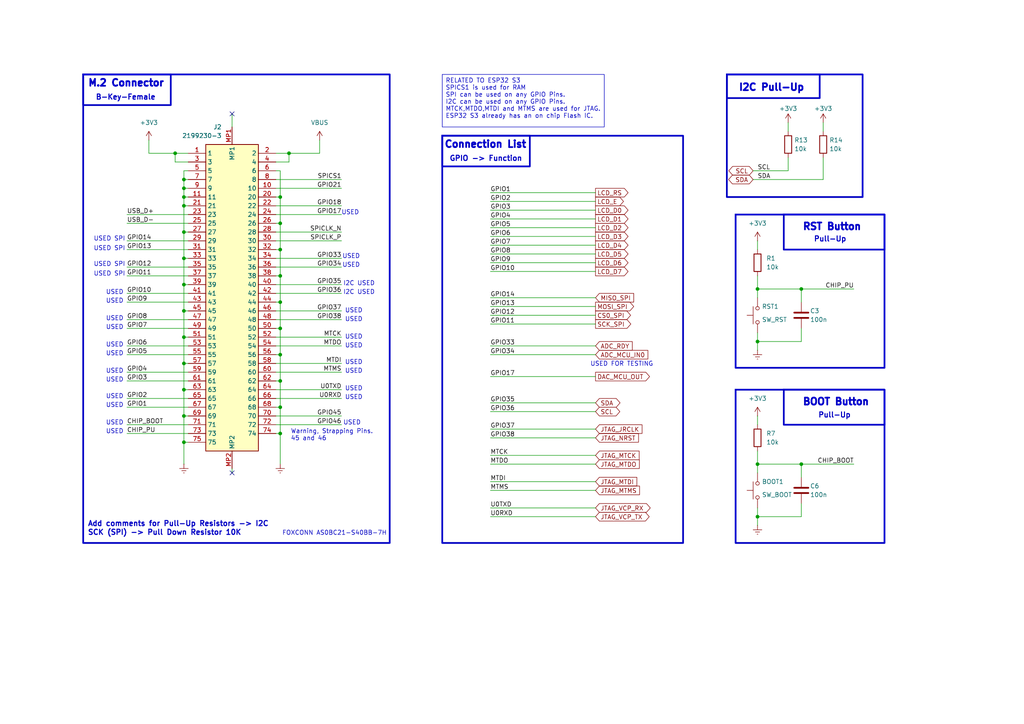
<source format=kicad_sch>
(kicad_sch (version 20250114) (generator "eeschema") (generator_version "9.0")
  (paper "A4")
  (lib_symbols
    (symbol "Device:C" (pin_numbers (hide yes)) (pin_names (offset 0.254))
      (property "Reference" "C" (at 0.635 2.54 0))
      (property "Value" "C" (at 0.635 -2.54 0))
      (symbol "C_0_1"
        (polyline (pts (xy -2.032 0.762) (xy 2.032 0.762)) (stroke (width 0.508)))
        (polyline (pts (xy -2.032 -0.762) (xy 2.032 -0.762)) (stroke (width 0.508)))
      )
      (symbol "C_1_1"
        (pin passive line (at 0 3.81 270) (length 2.794) (name "~") (number "1"))
        (pin passive line (at 0 -3.81 90) (length 2.794) (name "~") (number "2"))
      )
    )
    (symbol "Device:R" (pin_numbers (hide yes)) (pin_names (offset 0))
      (property "Reference" "R" (at 2.032 0 90))
      (property "Value" "R" (at 0 0 90))
      (symbol "R_0_1"
        (rectangle (start -1.016 -2.54) (end 1.016 2.54) (stroke (width 0.254)))
      )
      (symbol "R_1_1"
        (pin passive line (at 0 3.81 270) (length 1.27) (name "~") (number "1"))
        (pin passive line (at 0 -3.81 90) (length 1.27) (name "~") (number "2"))
      )
    )
    (symbol "GitHub_Library:M.2_67Con_Fem_2199230-3"
      (property "Reference" "J" (at 95.25 12.7 0))
      (property "Value" "M.2_67Con_Fem_2199230-3" (at 95.25 10.16 0))
      (symbol "M.2_67Con_Fem_2199230-3_1_1"
        (rectangle (start 5.08 7.62) (end 93.98 -7.62) (stroke (width 0.254)) (fill (type background)))
        (pin passive line (at 0 0 0) (length 5.08) (name "MP1") (number "MP1"))
        (pin passive line (at 7.62 12.7 270) (length 5.08) (name "1") (number "1"))
        (pin passive line (at 7.62 -12.7 90) (length 5.08) (name "2") (number "2"))
        (pin passive line (at 10.16 12.7 270) (length 5.08) (name "3") (number "3"))
        (pin passive line (at 10.16 -12.7 90) (length 5.08) (name "4") (number "4"))
        (pin passive line (at 12.7 12.7 270) (length 5.08) (name "5") (number "5"))
        (pin passive line (at 12.7 -12.7 90) (length 5.08) (name "6") (number "6"))
        (pin passive line (at 15.24 12.7 270) (length 5.08) (name "7") (number "7"))
        (pin passive line (at 15.24 -12.7 90) (length 5.08) (name "8") (number "8"))
        (pin passive line (at 17.78 12.7 270) (length 5.08) (name "9") (number "9"))
        (pin passive line (at 17.78 -12.7 90) (length 5.08) (name "10") (number "10"))
        (pin passive line (at 20.32 12.7 270) (length 5.08) (name "11") (number "11"))
        (pin passive line (at 20.32 -12.7 90) (length 5.08) (name "20") (number "20"))
        (pin passive line (at 22.86 12.7 270) (length 5.08) (name "21") (number "21"))
        (pin passive line (at 22.86 -12.7 90) (length 5.08) (name "22") (number "22"))
        (pin passive line (at 25.4 12.7 270) (length 5.08) (name "23") (number "23"))
        (pin passive line (at 25.4 -12.7 90) (length 5.08) (name "24") (number "24"))
        (pin passive line (at 27.94 12.7 270) (length 5.08) (name "25") (number "25"))
        (pin passive line (at 27.94 -12.7 90) (length 5.08) (name "26") (number "26"))
        (pin passive line (at 30.48 12.7 270) (length 5.08) (name "27") (number "27"))
        (pin passive line (at 30.48 -12.7 90) (length 5.08) (name "28") (number "28"))
        (pin passive line (at 33.02 12.7 270) (length 5.08) (name "29") (number "29"))
        (pin passive line (at 33.02 -12.7 90) (length 5.08) (name "30") (number "30"))
        (pin passive line (at 35.56 12.7 270) (length 5.08) (name "31") (number "31"))
        (pin passive line (at 35.56 -12.7 90) (length 5.08) (name "32") (number "32"))
        (pin passive line (at 38.1 12.7 270) (length 5.08) (name "33") (number "33"))
        (pin passive line (at 38.1 -12.7 90) (length 5.08) (name "34") (number "34"))
        (pin passive line (at 40.64 12.7 270) (length 5.08) (name "35") (number "35"))
        (pin passive line (at 40.64 -12.7 90) (length 5.08) (name "36") (number "36"))
        (pin passive line (at 43.18 12.7 270) (length 5.08) (name "37") (number "37"))
        (pin passive line (at 43.18 -12.7 90) (length 5.08) (name "38") (number "38"))
        (pin passive line (at 45.72 12.7 270) (length 5.08) (name "39") (number "39"))
        (pin passive line (at 45.72 -12.7 90) (length 5.08) (name "40") (number "40"))
        (pin passive line (at 48.26 12.7 270) (length 5.08) (name "41") (number "41"))
        (pin passive line (at 48.26 -12.7 90) (length 5.08) (name "42") (number "42"))
        (pin passive line (at 50.8 12.7 270) (length 5.08) (name "43") (number "43"))
        (pin passive line (at 50.8 -12.7 90) (length 5.08) (name "44") (number "44"))
        (pin passive line (at 53.34 12.7 270) (length 5.08) (name "45") (number "45"))
        (pin passive line (at 53.34 -12.7 90) (length 5.08) (name "46") (number "46"))
        (pin passive line (at 55.88 12.7 270) (length 5.08) (name "47") (number "47"))
        (pin passive line (at 55.88 -12.7 90) (length 5.08) (name "48") (number "48"))
        (pin passive line (at 58.42 12.7 270) (length 5.08) (name "49") (number "49"))
        (pin passive line (at 58.42 -12.7 90) (length 5.08) (name "50") (number "50"))
        (pin passive line (at 60.96 12.7 270) (length 5.08) (name "51") (number "51"))
        (pin passive line (at 60.96 -12.7 90) (length 5.08) (name "52") (number "52"))
        (pin passive line (at 63.5 12.7 270) (length 5.08) (name "53") (number "53"))
        (pin passive line (at 63.5 -12.7 90) (length 5.08) (name "54") (number "54"))
        (pin passive line (at 66.04 12.7 270) (length 5.08) (name "55") (number "55"))
        (pin passive line (at 66.04 -12.7 90) (length 5.08) (name "56") (number "56"))
        (pin passive line (at 68.58 12.7 270) (length 5.08) (name "57") (number "57"))
        (pin passive line (at 68.58 -12.7 90) (length 5.08) (name "58") (number "58"))
        (pin passive line (at 71.12 12.7 270) (length 5.08) (name "59") (number "59"))
        (pin passive line (at 71.12 -12.7 90) (length 5.08) (name "60") (number "60"))
        (pin passive line (at 73.66 12.7 270) (length 5.08) (name "61") (number "61"))
        (pin passive line (at 73.66 -12.7 90) (length 5.08) (name "62") (number "62"))
        (pin passive line (at 76.2 12.7 270) (length 5.08) (name "63") (number "63"))
        (pin passive line (at 76.2 -12.7 90) (length 5.08) (name "64") (number "64"))
        (pin passive line (at 78.74 12.7 270) (length 5.08) (name "65") (number "65"))
        (pin passive line (at 78.74 -12.7 90) (length 5.08) (name "66") (number "66"))
        (pin passive line (at 81.28 12.7 270) (length 5.08) (name "67") (number "67"))
        (pin passive line (at 81.28 -12.7 90) (length 5.08) (name "68") (number "68"))
        (pin passive line (at 83.82 12.7 270) (length 5.08) (name "69") (number "69"))
        (pin passive line (at 83.82 -12.7 90) (length 5.08) (name "70") (number "70"))
        (pin passive line (at 86.36 12.7 270) (length 5.08) (name "71") (number "71"))
        (pin passive line (at 86.36 -12.7 90) (length 5.08) (name "72") (number "72"))
        (pin passive line (at 88.9 12.7 270) (length 5.08) (name "73") (number "73"))
        (pin passive line (at 88.9 -12.7 90) (length 5.08) (name "74") (number "74"))
        (pin passive line (at 91.44 12.7 270) (length 5.08) (name "75") (number "75"))
        (pin passive line (at 99.06 0 180) (length 5.08) (name "MP2") (number "MP2"))
      )
    )
    (symbol "Switch:SW_Push" (pin_numbers (hide yes)) (pin_names (offset 1.016) (hide yes))
      (property "Reference" "SW" (at 1.27 2.54 0))
      (property "Value" "SW_Push" (at 0 -1.524 0))
      (symbol "SW_Push_0_1"
        (circle (center -2.032 0) (radius 0.508))
        (polyline (pts (xy 0 1.27) (xy 0 3.048)))
        (circle (center 2.032 0) (radius 0.508))
        (polyline (pts (xy 2.54 1.27) (xy -2.54 1.27)))
        (pin passive line (at -5.08 0 0) (length 2.54) (name "1") (number "1"))
        (pin passive line (at 5.08 0 180) (length 2.54) (name "2") (number "2"))
      )
    )
    (symbol "power:+3V3" (power) (pin_numbers (hide yes)) (pin_names (offset 0) (hide yes))
      (property "Value" "+3V3" (at 0 3.556 0))
      (symbol "+3V3_0_1"
        (polyline (pts (xy -0.762 1.27) (xy 0 2.54)))
        (polyline (pts (xy 0 2.54) (xy 0.762 1.27)))
        (polyline (pts (xy 0 0) (xy 0 2.54)))
      )
      (symbol "+3V3_1_1"
        (pin power_in line (at 0 0 90) (length 0) (name "~") (number "1"))
      )
    )
    (symbol "power:Earth" (power) (pin_numbers (hide yes)) (pin_names (offset 0) (hide yes))
      (property "Value" "Earth" (at 0 -3.81 0))
      (symbol "Earth_0_1"
        (polyline (pts (xy -0.635 -1.905) (xy 0.635 -1.905)))
        (polyline (pts (xy -0.127 -2.54) (xy 0.127 -2.54)))
        (polyline (pts (xy 0 -1.27) (xy 0 0)))
        (polyline (pts (xy 1.27 -1.27) (xy -1.27 -1.27)))
      )
      (symbol "Earth_1_1"
        (pin power_in line (at 0 0 270) (length 0) (name "~") (number "1"))
      )
    )
    (symbol "power:VBUS" (power) (pin_numbers (hide yes)) (pin_names (offset 0) (hide yes))
      (property "Value" "VBUS" (at 0 3.556 0))
      (symbol "VBUS_0_1"
        (polyline (pts (xy -0.762 1.27) (xy 0 2.54)))
        (polyline (pts (xy 0 2.54) (xy 0.762 1.27)))
        (polyline (pts (xy 0 0) (xy 0 2.54)))
      )
      (symbol "VBUS_1_1"
        (pin power_in line (at 0 0 90) (length 0) (name "~") (number "1"))
      )
    )
  )
  (rectangle (start 128.27 39.37) (end 198.12 157.48) (stroke (width 0.5)))
  (rectangle (start 24.13 21.59) (end 113.03 157.48) (stroke (width 0.5)))
  (rectangle (start 227.33 62.23) (end 256.54 72.39) (stroke (width 0.5)))
  (rectangle (start 213.36 62.23) (end 256.54 106.68) (stroke (width 0.5)))
  (rectangle (start 24.13 21.59) (end 49.53 30.48) (stroke (width 0.5)))
  (rectangle (start 227.33 113.03) (end 256.54 123.19) (stroke (width 0.5)))
  (rectangle (start 210.82 21.59) (end 237.744 28.448) (stroke (width 0.5)))
  (rectangle (start 128.27 39.37) (end 153.67 48.26) (stroke (width 0.5)))
  (rectangle (start 210.82 21.59) (end 250.19 57.15) (stroke (width 0.5)))
  (rectangle (start 213.36 113.03) (end 256.54 157.48) (stroke (width 0.5)))
  (text "USED" (at 33.274 125.222 0) (effects (font (size 1.27 1.27))))
  (text "USED" (at 102.616 105.156 0) (effects (font (size 1.27 1.27))))
  (text "BOOT Button\n" (at 232.664 117.856 0) (effects (font (size 2 2) (thickness 1) (bold yes)) (justify left bottom)))
  (text "USED" (at 102.616 100.33 0) (effects (font (size 1.27 1.27))))
  (text "USED" (at 33.274 115.062 0) (effects (font (size 1.27 1.27))))
  (text "USED" (at 33.274 84.836 0) (effects (font (size 1.27 1.27))))
  (text "I2C USED" (at 104.14 82.296 0) (effects (font (size 1.27 1.27))))
  (text "USED" (at 102.616 107.696 0) (effects (font (size 1.27 1.27))))
  (text "USED" (at 33.274 117.602 0) (effects (font (size 1.27 1.27))))
  (text "USED SPI" (at 31.75 79.502 0) (effects (font (size 1.27 1.27))))
  (text "I2C USED" (at 104.14 84.836 0) (effects (font (size 1.27 1.27))))
  (text "GPIO -> Function" (at 130.302 46.99 0) (effects (font (size 1.5 1.5) (bold yes)) (justify left bottom)))
  (text "Pull-Up" (at 235.966 70.358 0) (effects (font (size 1.5 1.5) (bold yes)) (justify left bottom)))
  (text "USED" (at 33.274 92.456 0) (effects (font (size 1.27 1.27))))
  (text "Pull-Up" (at 237.236 121.412 0) (effects (font (size 1.5 1.5) (bold yes)) (justify left bottom)))
  (text "M.2 Connector\n" (at 25.4 25.4 0) (effects (font (size 2 2) (thickness 1) (bold yes)) (justify left bottom)))
  (text "USED" (at 101.854 76.962 0) (effects (font (size 1.27 1.27))))
  (text "I2C Pull-Up" (at 214.122 26.67 0) (effects (font (size 2 2) (thickness 1) (bold yes)) (justify left bottom)))
  (text "B-Key-Female" (at 27.686 29.21 0) (effects (font (size 1.5 1.5) (bold yes)) (justify left bottom)))
  (text "USED" (at 102.108 122.682 0) (effects (font (size 1.27 1.27))))
  (text "Warning, Strapping Pins. \n45 and 46" (at 84.328 126.238 0) (effects (font (size 1.27 1.27)) (justify left)))
  (text "RST Button\n" (at 232.664 67.056 0) (effects (font (size 2 2) (thickness 1) (bold yes)) (justify left bottom)))
  (text "USED" (at 101.6 61.722 0) (effects (font (size 1.27 1.27))))
  (text "USED" (at 101.854 74.422 0) (effects (font (size 1.27 1.27))))
  (text "USED" (at 33.274 122.682 0) (effects (font (size 1.27 1.27))))
  (text "USED" (at 33.274 102.616 0) (effects (font (size 1.27 1.27))))
  (text "SCK (SPI) -> Pull Down Resistor 10K" (at 25.4 155.448 0) (effects (font (size 1.5 1.5) (bold yes)) (justify left bottom)))
  (text "USED" (at 102.616 92.71 0) (effects (font (size 1.27 1.27))))
  (text "USED" (at 33.274 100.076 0) (effects (font (size 1.27 1.27))))
  (text "USED" (at 33.274 110.236 0) (effects (font (size 1.27 1.27))))
  (text "USED" (at 102.616 112.776 0) (effects (font (size 1.27 1.27))))
  (text "USED" (at 33.274 94.996 0) (effects (font (size 1.27 1.27))))
  (text "USED" (at 33.274 107.696 0) (effects (font (size 1.27 1.27))))
  (text "Connection List" (at 128.778 43.18 0) (effects (font (size 2 2) (thickness 1) (bold yes)) (justify left bottom)))
  (text "USED" (at 33.274 87.376 0) (effects (font (size 1.27 1.27))))
  (text "USED" (at 102.616 97.79 0) (effects (font (size 1.27 1.27))))
  (text "FOXCONN AS0BC21-S40BB-7H" (at 97.028 154.686 0) (effects (font (size 1.27 1.27))))
  (text "USED FOR TESTING" (at 180.34 105.664 0) (effects (font (size 1.27 1.27))))
  (text "Add comments for Pull-Up Resistors -> I2C\n" (at 25.4 152.908 0) (effects (font (size 1.5 1.5) (bold yes)) (justify left bottom)))
  (text "USED" (at 102.616 115.316 0) (effects (font (size 1.27 1.27))))
  (text "USED" (at 102.616 90.17 0) (effects (font (size 1.27 1.27))))
  (text "USED SPI" (at 31.75 69.342 0) (effects (font (size 1.27 1.27))))
  (text "USED SPI" (at 31.75 72.136 0) (effects (font (size 1.27 1.27))))
  (text "USED SPI" (at 31.75 76.708 0) (effects (font (size 1.27 1.27))))
  (text_box "RELATED TO ESP32 S3\nSPICS1 is used for RAM\nSPI can be used on any GPIO Pins.\nI2C can be used on any GPIO Pins.\nMTCK,MTDO,MTDI and MTMS are used for JTAG.\nESP32 S3 already has an on chip Flash IC.\n\n" (at 128.27 21.59 0) (size 46.99 15.24) (margins 0.9525 0.9525 0.9525 0.9525) (effects (font (size 1.27 1.27)) (justify left top)))
  (junction (at 50.8 44.45))
  (junction (at 219.71 99.06))
  (junction (at 81.28 72.39))
  (junction (at 232.41 83.82))
  (junction (at 219.71 149.86))
  (junction (at 53.34 120.65))
  (junction (at 53.34 59.69))
  (junction (at 81.28 125.73))
  (junction (at 53.34 97.79))
  (junction (at 53.34 113.03))
  (junction (at 53.34 57.15))
  (junction (at 219.71 83.82))
  (junction (at 53.34 74.93))
  (junction (at 53.34 52.07))
  (junction (at 53.34 82.55))
  (junction (at 81.28 118.11))
  (junction (at 53.34 67.31))
  (junction (at 53.34 128.27))
  (junction (at 81.28 57.15))
  (junction (at 83.82 44.45))
  (junction (at 81.28 87.63))
  (junction (at 219.71 134.62))
  (junction (at 81.28 95.25))
  (junction (at 81.28 64.77))
  (junction (at 81.28 110.49))
  (junction (at 53.34 105.41))
  (junction (at 53.34 90.17))
  (junction (at 53.34 54.61))
  (junction (at 81.28 102.87))
  (junction (at 232.41 134.62))
  (junction (at 81.28 80.01))
  (no_connect (at 67.31 33.02))
  (no_connect (at 67.31 137.16))
  (wire (pts (xy 172.72 78.74) (xy 142.24 78.74)))
  (wire (pts (xy 80.01 118.11) (xy 81.28 118.11)))
  (wire (pts (xy 142.24 119.38) (xy 172.72 119.38)))
  (wire (pts (xy 53.34 90.17) (xy 53.34 97.79)))
  (wire (pts (xy 142.24 142.24) (xy 172.72 142.24)))
  (wire (pts (xy 232.41 83.82) (xy 219.71 83.82)))
  (wire (pts (xy 142.24 86.36) (xy 172.72 86.36)))
  (wire (pts (xy 80.01 123.19) (xy 99.06 123.19)))
  (wire (pts (xy 36.83 64.77) (xy 54.61 64.77)))
  (wire (pts (xy 80.01 115.57) (xy 99.06 115.57)))
  (wire (pts (xy 219.71 83.82) (xy 219.71 86.36)))
  (wire (pts (xy 232.41 95.25) (xy 232.41 99.06)))
  (wire (pts (xy 53.34 120.65) (xy 53.34 128.27)))
  (wire (pts (xy 36.83 118.11) (xy 54.61 118.11)))
  (wire (pts (xy 92.71 40.64) (xy 92.71 44.45)))
  (wire (pts (xy 36.83 92.71) (xy 54.61 92.71)))
  (wire (pts (xy 80.01 125.73) (xy 81.28 125.73)))
  (wire (pts (xy 142.24 147.32) (xy 172.72 147.32)))
  (wire (pts (xy 80.01 74.93) (xy 99.06 74.93)))
  (wire (pts (xy 53.34 54.61) (xy 53.34 57.15)))
  (wire (pts (xy 218.44 52.07) (xy 238.76 52.07)))
  (wire (pts (xy 142.24 55.88) (xy 172.72 55.88)))
  (wire (pts (xy 53.34 105.41) (xy 54.61 105.41)))
  (wire (pts (xy 53.34 74.93) (xy 53.34 82.55)))
  (wire (pts (xy 219.71 134.62) (xy 219.71 137.16)))
  (wire (pts (xy 36.83 115.57) (xy 54.61 115.57)))
  (wire (pts (xy 232.41 146.05) (xy 232.41 149.86)))
  (wire (pts (xy 142.24 93.98) (xy 172.72 93.98)))
  (wire (pts (xy 80.01 107.95) (xy 99.06 107.95)))
  (wire (pts (xy 53.34 59.69) (xy 53.34 67.31)))
  (wire (pts (xy 80.01 59.69) (xy 99.06 59.69)))
  (wire (pts (xy 232.41 99.06) (xy 219.71 99.06)))
  (wire (pts (xy 36.83 80.01) (xy 54.61 80.01)))
  (wire (pts (xy 83.82 46.99) (xy 83.82 44.45)))
  (wire (pts (xy 219.71 130.81) (xy 219.71 134.62)))
  (wire (pts (xy 43.18 40.64) (xy 43.18 44.45)))
  (wire (pts (xy 142.24 139.7) (xy 172.72 139.7)))
  (wire (pts (xy 53.34 82.55) (xy 54.61 82.55)))
  (wire (pts (xy 83.82 46.99) (xy 80.01 46.99)))
  (wire (pts (xy 36.83 69.85) (xy 54.61 69.85)))
  (wire (pts (xy 83.82 44.45) (xy 92.71 44.45)))
  (wire (pts (xy 81.28 87.63) (xy 81.28 80.01)))
  (wire (pts (xy 80.01 52.07) (xy 99.06 52.07)))
  (wire (pts (xy 67.31 137.16) (xy 67.31 135.89)))
  (wire (pts (xy 142.24 58.42) (xy 172.72 58.42)))
  (wire (pts (xy 80.01 113.03) (xy 99.06 113.03)))
  (wire (pts (xy 80.01 67.31) (xy 99.06 67.31)))
  (wire (pts (xy 232.41 134.62) (xy 219.71 134.62)))
  (wire (pts (xy 142.24 109.22) (xy 172.72 109.22)))
  (wire (pts (xy 219.71 120.65) (xy 219.71 123.19)))
  (wire (pts (xy 80.01 64.77) (xy 81.28 64.77)))
  (wire (pts (xy 80.01 80.01) (xy 81.28 80.01)))
  (wire (pts (xy 80.01 95.25) (xy 81.28 95.25)))
  (wire (pts (xy 232.41 83.82) (xy 247.65 83.82)))
  (wire (pts (xy 142.24 100.33) (xy 172.72 100.33)))
  (wire (pts (xy 53.34 52.07) (xy 54.61 52.07)))
  (wire (pts (xy 80.01 77.47) (xy 99.06 77.47)))
  (wire (pts (xy 53.34 128.27) (xy 53.34 134.62)))
  (wire (pts (xy 228.6 35.56) (xy 228.6 38.1)))
  (wire (pts (xy 81.28 102.87) (xy 81.28 95.25)))
  (wire (pts (xy 54.61 49.53) (xy 53.34 49.53)))
  (wire (pts (xy 172.72 76.2) (xy 142.24 76.2)))
  (wire (pts (xy 53.34 97.79) (xy 54.61 97.79)))
  (wire (pts (xy 81.28 95.25) (xy 81.28 87.63)))
  (wire (pts (xy 81.28 110.49) (xy 81.28 102.87)))
  (wire (pts (xy 172.72 71.12) (xy 142.24 71.12)))
  (wire (pts (xy 53.34 67.31) (xy 54.61 67.31)))
  (wire (pts (xy 80.01 92.71) (xy 99.06 92.71)))
  (wire (pts (xy 172.72 60.96) (xy 142.24 60.96)))
  (wire (pts (xy 81.28 49.53) (xy 81.28 57.15)))
  (wire (pts (xy 80.01 54.61) (xy 99.06 54.61)))
  (wire (pts (xy 50.8 44.45) (xy 54.61 44.45)))
  (wire (pts (xy 172.72 68.58) (xy 142.24 68.58)))
  (wire (pts (xy 67.31 33.02) (xy 67.31 36.83)))
  (wire (pts (xy 80.01 57.15) (xy 81.28 57.15)))
  (wire (pts (xy 142.24 127) (xy 172.72 127)))
  (wire (pts (xy 53.34 57.15) (xy 53.34 59.69)))
  (wire (pts (xy 232.41 134.62) (xy 247.65 134.62)))
  (wire (pts (xy 36.83 125.73) (xy 54.61 125.73)))
  (wire (pts (xy 228.6 45.72) (xy 228.6 49.53)))
  (wire (pts (xy 36.83 62.23) (xy 54.61 62.23)))
  (wire (pts (xy 53.34 97.79) (xy 53.34 105.41)))
  (wire (pts (xy 142.24 102.87) (xy 172.72 102.87)))
  (wire (pts (xy 219.71 80.01) (xy 219.71 83.82)))
  (wire (pts (xy 53.34 67.31) (xy 53.34 74.93)))
  (wire (pts (xy 142.24 134.62) (xy 172.72 134.62)))
  (wire (pts (xy 238.76 35.56) (xy 238.76 38.1)))
  (wire (pts (xy 80.01 69.85) (xy 99.06 69.85)))
  (wire (pts (xy 80.01 49.53) (xy 81.28 49.53)))
  (wire (pts (xy 36.83 123.19) (xy 54.61 123.19)))
  (wire (pts (xy 36.83 107.95) (xy 54.61 107.95)))
  (wire (pts (xy 218.44 49.53) (xy 228.6 49.53)))
  (wire (pts (xy 81.28 80.01) (xy 81.28 72.39)))
  (wire (pts (xy 142.24 132.08) (xy 172.72 132.08)))
  (wire (pts (xy 53.34 59.69) (xy 54.61 59.69)))
  (wire (pts (xy 53.34 120.65) (xy 54.61 120.65)))
  (wire (pts (xy 36.83 87.63) (xy 54.61 87.63)))
  (wire (pts (xy 53.34 74.93) (xy 54.61 74.93)))
  (wire (pts (xy 80.01 102.87) (xy 81.28 102.87)))
  (wire (pts (xy 53.34 82.55) (xy 53.34 90.17)))
  (wire (pts (xy 53.34 54.61) (xy 54.61 54.61)))
  (wire (pts (xy 36.83 72.39) (xy 54.61 72.39)))
  (wire (pts (xy 83.82 44.45) (xy 80.01 44.45)))
  (wire (pts (xy 172.72 66.04) (xy 142.24 66.04)))
  (wire (pts (xy 53.34 113.03) (xy 54.61 113.03)))
  (wire (pts (xy 238.76 52.07) (xy 238.76 45.72)))
  (wire (pts (xy 80.01 90.17) (xy 99.06 90.17)))
  (wire (pts (xy 219.71 99.06) (xy 219.71 101.6)))
  (wire (pts (xy 80.01 72.39) (xy 81.28 72.39)))
  (wire (pts (xy 142.24 124.46) (xy 172.72 124.46)))
  (wire (pts (xy 219.71 149.86) (xy 219.71 152.4)))
  (wire (pts (xy 81.28 64.77) (xy 81.28 57.15)))
  (wire (pts (xy 53.34 105.41) (xy 53.34 113.03)))
  (wire (pts (xy 43.18 44.45) (xy 50.8 44.45)))
  (wire (pts (xy 219.71 147.32) (xy 219.71 149.86)))
  (wire (pts (xy 81.28 118.11) (xy 81.28 125.73)))
  (wire (pts (xy 80.01 82.55) (xy 99.06 82.55)))
  (wire (pts (xy 80.01 120.65) (xy 99.06 120.65)))
  (wire (pts (xy 142.24 88.9) (xy 172.72 88.9)))
  (wire (pts (xy 36.83 77.47) (xy 54.61 77.47)))
  (wire (pts (xy 219.71 96.52) (xy 219.71 99.06)))
  (wire (pts (xy 81.28 125.73) (xy 81.28 134.62)))
  (wire (pts (xy 53.34 49.53) (xy 53.34 52.07)))
  (wire (pts (xy 142.24 116.84) (xy 172.72 116.84)))
  (wire (pts (xy 232.41 149.86) (xy 219.71 149.86)))
  (wire (pts (xy 53.34 113.03) (xy 53.34 120.65)))
  (wire (pts (xy 36.83 110.49) (xy 54.61 110.49)))
  (wire (pts (xy 53.34 57.15) (xy 54.61 57.15)))
  (wire (pts (xy 53.34 52.07) (xy 53.34 54.61)))
  (wire (pts (xy 142.24 149.86) (xy 172.72 149.86)))
  (wire (pts (xy 36.83 95.25) (xy 54.61 95.25)))
  (wire (pts (xy 36.83 100.33) (xy 54.61 100.33)))
  (wire (pts (xy 219.71 69.85) (xy 219.71 72.39)))
  (wire (pts (xy 36.83 102.87) (xy 54.61 102.87)))
  (wire (pts (xy 232.41 83.82) (xy 232.41 87.63)))
  (wire (pts (xy 53.34 128.27) (xy 54.61 128.27)))
  (wire (pts (xy 172.72 63.5) (xy 142.24 63.5)))
  (wire (pts (xy 80.01 85.09) (xy 99.06 85.09)))
  (wire (pts (xy 80.01 110.49) (xy 81.28 110.49)))
  (wire (pts (xy 81.28 72.39) (xy 81.28 64.77)))
  (wire (pts (xy 172.72 73.66) (xy 142.24 73.66)))
  (wire (pts (xy 232.41 134.62) (xy 232.41 138.43)))
  (wire (pts (xy 80.01 87.63) (xy 81.28 87.63)))
  (wire (pts (xy 81.28 118.11) (xy 81.28 110.49)))
  (wire (pts (xy 50.8 46.99) (xy 54.61 46.99)))
  (wire (pts (xy 142.24 91.44) (xy 172.72 91.44)))
  (wire (pts (xy 80.01 100.33) (xy 99.06 100.33)))
  (wire (pts (xy 36.83 85.09) (xy 54.61 85.09)))
  (wire (pts (xy 53.34 90.17) (xy 54.61 90.17)))
  (wire (pts (xy 50.8 46.99) (xy 50.8 44.45)))
  (wire (pts (xy 80.01 62.23) (xy 99.06 62.23)))
  (wire (pts (xy 80.01 105.41) (xy 99.06 105.41)))
  (wire (pts (xy 80.01 97.79) (xy 99.06 97.79)))
  (label "GPIO13" (at 36.83 72.39 0))
  (label "GPIO9" (at 36.83 87.63 0))
  (label "MTMS" (at 99.06 107.95 180))
  (label "SPICS1" (at 99.06 52.07 180))
  (label "SDA" (at 219.71 52.07 0))
  (label "CHIP_BOOT" (at 36.83 123.19 0))
  (label "GPIO38" (at 142.24 127 0))
  (label "GPIO6" (at 36.83 100.33 0))
  (label "GPIO3" (at 36.83 110.49 0))
  (label "MTCK" (at 142.24 132.08 0))
  (label "MTDO" (at 99.06 100.33 180))
  (label "GPIO11" (at 142.24 93.98 0))
  (label "GPIO8" (at 142.24 73.66 0))
  (label "GPIO3" (at 142.24 60.96 0))
  (label "GPIO33" (at 99.06 74.93 180))
  (label "GPIO2" (at 36.83 115.57 0))
  (label "GPIO2" (at 142.24 58.42 0))
  (label "U0RXD" (at 99.06 115.57 180))
  (label "GPIO8" (at 36.83 92.71 0))
  (label "GPIO7" (at 142.24 71.12 0))
  (label "SCL" (at 219.71 49.53 0))
  (label "U0TXD" (at 99.06 113.03 180))
  (label "MTDI" (at 99.06 105.41 180))
  (label "MTDI" (at 142.24 139.7 0))
  (label "GPIO1" (at 142.24 55.88 0))
  (label "GPIO37" (at 142.24 124.46 0))
  (label "MTDO" (at 142.24 134.62 0))
  (label "GPIO17" (at 142.24 109.22 0))
  (label "U0RXD" (at 142.24 149.86 0))
  (label "MTCK" (at 99.06 97.79 180))
  (label "GPIO14" (at 36.83 69.85 0))
  (label "GPIO37" (at 99.06 90.17 180))
  (label "GPIO10" (at 142.24 78.74 0))
  (label "GPIO36" (at 142.24 119.38 0))
  (label "GPIO13" (at 142.24 88.9 0))
  (label "GPIO14" (at 142.24 86.36 0))
  (label "GPIO45" (at 99.06 120.65 180))
  (label "GPIO21" (at 99.06 54.61 180))
  (label "GPIO6" (at 142.24 68.58 0))
  (label "SPICLK_N" (at 99.06 67.31 180))
  (label "USB_D-" (at 36.83 64.77 0))
  (label "GPIO36" (at 99.06 85.09 180))
  (label "GPIO18" (at 99.06 59.69 180))
  (label "GPIO4" (at 142.24 63.5 0))
  (label "GPIO1" (at 36.83 118.11 0))
  (label "GPIO33" (at 142.24 100.33 0))
  (label "GPIO10" (at 36.83 85.09 0))
  (label "MTMS" (at 142.24 142.24 0))
  (label "GPIO9" (at 142.24 76.2 0))
  (label "GPIO4" (at 36.83 107.95 0))
  (label "CHIP_BOOT" (at 247.65 134.62 180))
  (label "GPIO5" (at 142.24 66.04 0))
  (label "GPIO38" (at 99.06 92.71 180))
  (label "GPIO35" (at 142.24 116.84 0))
  (label "GPIO12" (at 142.24 91.44 0))
  (label "GPIO17" (at 99.06 62.23 180))
  (label "GPIO11" (at 36.83 80.01 0))
  (label "USB_D+" (at 36.83 62.23 0))
  (label "GPIO7" (at 36.83 95.25 0))
  (label "GPIO34" (at 99.06 77.47 180))
  (label "GPIO12" (at 36.83 77.47 0))
  (label "U0TXD" (at 142.24 147.32 0))
  (label "CHIP_PU" (at 247.65 83.82 180))
  (label "GPIO46" (at 99.06 123.19 180))
  (label "CHIP_PU" (at 36.83 125.73 0))
  (label "SPICLK_P" (at 99.06 69.85 180))
  (label "GPIO35" (at 99.06 82.55 180))
  (label "GPIO34" (at 142.24 102.87 0))
  (label "GPIO5" (at 36.83 102.87 0))
  (global_label "LCD_RS" (shape output) (at 172.72 55.88 0) (property "Intersheetrefs" "${INTERSHEET_REFS}" (effects (hide yes))))
  (global_label "JTAG_VCP_TX" (shape bidirectional) (at 172.72 149.86 0) (property "Intersheetrefs" "${INTERSHEET_REFS}" (effects (hide yes))))
  (global_label "LCD_D1" (shape output) (at 172.72 63.5 0) (property "Intersheetrefs" "${INTERSHEET_REFS}" (effects (hide yes))))
  (global_label "LCD_E" (shape output) (at 172.72 58.42 0) (property "Intersheetrefs" "${INTERSHEET_REFS}" (effects (hide yes))))
  (global_label "SCL" (shape bidirectional) (at 218.44 49.53 180) (property "Intersheetrefs" "${INTERSHEET_REFS}" (effects (hide yes))))
  (global_label "ADC_RDY" (shape input) (at 172.72 100.33 0) (property "Intersheetrefs" "${INTERSHEET_REFS}" (effects (hide yes))))
  (global_label "JTAG_VCP_RX" (shape bidirectional) (at 172.72 147.32 0) (property "Intersheetrefs" "${INTERSHEET_REFS}" (effects (hide yes))))
  (global_label "JTAG_MTMS" (shape input) (at 172.72 142.24 0) (property "Intersheetrefs" "${INTERSHEET_REFS}" (effects (hide yes))))
  (global_label "ADC_MCU_IN0" (shape input) (at 172.72 102.87 0) (property "Intersheetrefs" "${INTERSHEET_REFS}" (effects (hide yes))))
  (global_label "JTAG_MTCK" (shape input) (at 172.72 132.08 0) (property "Intersheetrefs" "${INTERSHEET_REFS}" (effects (hide yes))))
  (global_label "LCD_D0" (shape output) (at 172.72 60.96 0) (property "Intersheetrefs" "${INTERSHEET_REFS}" (effects (hide yes))))
  (global_label "DAC_MCU_OUT" (shape output) (at 172.72 109.22 0) (property "Intersheetrefs" "${INTERSHEET_REFS}" (effects (hide yes))))
  (global_label "SCL" (shape bidirectional) (at 172.72 119.38 0) (property "Intersheetrefs" "${INTERSHEET_REFS}" (effects (hide yes))))
  (global_label "LCD_D5" (shape output) (at 172.72 73.66 0) (property "Intersheetrefs" "${INTERSHEET_REFS}" (effects (hide yes))))
  (global_label "JTAG_MTDI" (shape input) (at 172.72 139.7 0) (property "Intersheetrefs" "${INTERSHEET_REFS}" (effects (hide yes))))
  (global_label "SCK_SPI" (shape output) (at 172.72 93.98 0) (property "Intersheetrefs" "${INTERSHEET_REFS}" (effects (hide yes))))
  (global_label "JTAG_NRST" (shape input) (at 172.72 127 0) (property "Intersheetrefs" "${INTERSHEET_REFS}" (effects (hide yes))))
  (global_label "MOSI_SPI" (shape output) (at 172.72 88.9 0) (property "Intersheetrefs" "${INTERSHEET_REFS}" (effects (hide yes))))
  (global_label "CS0_SPI" (shape output) (at 172.72 91.44 0) (property "Intersheetrefs" "${INTERSHEET_REFS}" (effects (hide yes))))
  (global_label "MISO_SPI" (shape input) (at 172.72 86.36 0) (property "Intersheetrefs" "${INTERSHEET_REFS}" (effects (hide yes))))
  (global_label "JTAG_MTDO" (shape input) (at 172.72 134.62 0) (property "Intersheetrefs" "${INTERSHEET_REFS}" (effects (hide yes))))
  (global_label "LCD_D6" (shape output) (at 172.72 76.2 0) (property "Intersheetrefs" "${INTERSHEET_REFS}" (effects (hide yes))))
  (global_label "LCD_D3" (shape output) (at 172.72 68.58 0) (property "Intersheetrefs" "${INTERSHEET_REFS}" (effects (hide yes))))
  (global_label "LCD_D7" (shape output) (at 172.72 78.74 0) (property "Intersheetrefs" "${INTERSHEET_REFS}" (effects (hide yes))))
  (global_label "SDA" (shape bidirectional) (at 172.72 116.84 0) (property "Intersheetrefs" "${INTERSHEET_REFS}" (effects (hide yes))))
  (global_label "JTAG_JRCLK" (shape input) (at 172.72 124.46 0) (property "Intersheetrefs" "${INTERSHEET_REFS}" (effects (hide yes))))
  (global_label "SDA" (shape bidirectional) (at 218.44 52.07 180) (property "Intersheetrefs" "${INTERSHEET_REFS}" (effects (hide yes))))
  (global_label "LCD_D2" (shape output) (at 172.72 66.04 0) (property "Intersheetrefs" "${INTERSHEET_REFS}" (effects (hide yes))))
  (global_label "LCD_D4" (shape output) (at 172.72 71.12 0) (property "Intersheetrefs" "${INTERSHEET_REFS}" (effects (hide yes))))
  (symbol (lib_id "power:+3V3") (at 43.18 40.64 0) (unit 1)
    (property "Reference" "#PWR018" (effects (hide yes)))
    (property "Value" "+3V3" (at 43.18 35.56 0))
    (property "Description" "Power symbol creates a global label with name \"+3V3\"" (effects (hide yes)))
  )
  (symbol (lib_id "Device:R") (at 238.76 41.91 0) (unit 1)
    (property "Reference" "R14" (at 240.538 40.64 0) (effects (justify left)))
    (property "Value" "10k" (at 240.538 43.18 0) (effects (justify left)))
    (property "Footprint" "Resistor_SMD:R_0805_2012Metric_Pad1.20x1.40mm_HandSolder" (effects (hide yes)))
    (property "Description" "Resistor" (effects (hide yes)))
  )
  (symbol (lib_id "Device:C") (at 232.41 91.44 0) (unit 1)
    (property "Reference" "C3" (at 234.95 90.17 0) (effects (justify left)))
    (property "Value" "100n" (at 234.95 92.71 0) (effects (justify left)))
    (property "Footprint" "Capacitor_SMD:C_0805_2012Metric_Pad1.18x1.45mm_HandSolder" (effects (hide yes)))
    (property "Description" "Unpolarized capacitor" (effects (hide yes)))
  )
  (symbol (lib_id "power:+3V3") (at 228.6 35.56 0) (unit 1)
    (property "Reference" "#PWR041" (effects (hide yes)))
    (property "Value" "+3V3" (at 228.6 31.496 0))
    (property "Description" "Power symbol creates a global label with name \"+3V3\"" (effects (hide yes)))
  )
  (symbol (lib_id "power:Earth") (at 53.34 134.62 0) (unit 1)
    (property "Reference" "#PWR031" (effects (hide yes)))
    (property "Value" "Earth" (effects (hide yes)))
    (property "Description" "Power symbol creates a global label with name \"Earth\"" (effects (hide yes)))
  )
  (symbol (lib_id "power:Earth") (at 81.28 134.62 0) (unit 1)
    (property "Reference" "#PWR032" (effects (hide yes)))
    (property "Value" "Earth" (effects (hide yes)))
    (property "Description" "Power symbol creates a global label with name \"Earth\"" (effects (hide yes)))
  )
  (symbol (lib_id "power:Earth") (at 219.71 152.4 0) (unit 1)
    (property "Reference" "#PWR024" (effects (hide yes)))
    (property "Value" "Earth" (effects (hide yes)))
    (property "Description" "Power symbol creates a global label with name \"Earth\"" (effects (hide yes)))
  )
  (symbol (lib_id "Switch:SW_Push") (at 219.71 91.44 90) (unit 1)
    (property "Reference" "RST1" (at 220.98 88.9 90) (effects (justify right)))
    (property "Value" "SW_RST" (at 220.98 92.71 90) (effects (justify right)))
    (property "Footprint" "Button_Switch_SMD:SW_SPST_EVQP2" (effects (hide yes)))
    (property "Datasheet" "https://datasheet.lcsc.com/lcsc/2004131006_PANASONIC-EVQP2P02W_C512395.pdf" (effects (hide yes)))
    (property "Description" "Push button switch, generic, two pins" (effects (hide yes)))
    (property "Manufacturer Number" "EVQP2P02W" (effects (hide yes)))
  )
  (symbol (lib_id "Device:C") (at 232.41 142.24 0) (unit 1)
    (property "Reference" "C6" (at 234.95 140.97 0) (effects (justify left)))
    (property "Value" "100n" (at 234.95 143.51 0) (effects (justify left)))
    (property "Footprint" "Capacitor_SMD:C_0805_2012Metric_Pad1.18x1.45mm_HandSolder" (effects (hide yes)))
    (property "Description" "Unpolarized capacitor" (effects (hide yes)))
  )
  (symbol (lib_id "Device:R") (at 219.71 76.2 0) (unit 1)
    (property "Reference" "R1" (at 222.25 74.93 0) (effects (justify left)))
    (property "Value" "10k" (at 222.25 77.47 0) (effects (justify left)))
    (property "Footprint" "Resistor_SMD:R_0805_2012Metric_Pad1.20x1.40mm_HandSolder" (effects (hide yes)))
    (property "Description" "Resistor" (effects (hide yes)))
  )
  (symbol (lib_id "Device:R") (at 228.6 41.91 0) (unit 1)
    (property "Reference" "R13" (at 230.378 40.64 0) (effects (justify left)))
    (property "Value" "10k" (at 230.378 43.18 0) (effects (justify left)))
    (property "Footprint" "Resistor_SMD:R_0805_2012Metric_Pad1.20x1.40mm_HandSolder" (effects (hide yes)))
    (property "Description" "Resistor" (effects (hide yes)))
  )
  (symbol (lib_id "power:+3V3") (at 219.71 69.85 0) (unit 1)
    (property "Reference" "#PWR09" (effects (hide yes)))
    (property "Value" "+3V3" (at 219.71 64.77 0))
    (property "Description" "Power symbol creates a global label with name \"+3V3\"" (effects (hide yes)))
  )
  (symbol (lib_id "Switch:SW_Push") (at 219.71 142.24 90) (unit 1)
    (property "Reference" "BOOT1" (at 220.98 139.7 90) (effects (justify right)))
    (property "Value" "SW_BOOT" (at 220.98 143.51 90) (effects (justify right)))
    (property "Footprint" "Button_Switch_SMD:SW_SPST_EVQP2" (effects (hide yes)))
    (property "Datasheet" "https://datasheet.lcsc.com/lcsc/2004131006_PANASONIC-EVQP2P02W_C512395.pdf" (effects (hide yes)))
    (property "Description" "Push button switch, generic, two pins" (effects (hide yes)))
    (property "Manufacturer Number" "EVQP2P02W" (effects (hide yes)))
  )
  (symbol (lib_id "power:+3V3") (at 219.71 120.65 0) (unit 1)
    (property "Reference" "#PWR017" (effects (hide yes)))
    (property "Value" "+3V3" (at 219.71 115.57 0))
    (property "Description" "Power symbol creates a global label with name \"+3V3\"" (effects (hide yes)))
  )
  (symbol (lib_id "power:+3V3") (at 238.76 35.56 0) (unit 1)
    (property "Reference" "#PWR042" (effects (hide yes)))
    (property "Value" "+3V3" (at 238.76 31.496 0))
    (property "Description" "Power symbol creates a global label with name \"+3V3\"" (effects (hide yes)))
  )
  (symbol (lib_id "power:Earth") (at 219.71 101.6 0) (unit 1)
    (property "Reference" "#PWR016" (effects (hide yes)))
    (property "Value" "Earth" (effects (hide yes)))
    (property "Description" "Power symbol creates a global label with name \"Earth\"" (effects (hide yes)))
  )
  (symbol (lib_id "GitHub_Library:M.2_67Con_Fem_2199230-3") (at 67.31 36.83 90) (mirror x) (unit 1)
    (property "Reference" "J2" (at 64.2935 36.83 90) (effects (justify left)))
    (property "Value" "2199230-3" (at 64.2935 39.37 90) (effects (justify left)))
    (property "Footprint" "Github_Library:21992303" (effects (hide yes)))
    (property "Datasheet" "http://uk.rs-online.com/web/p/products/2175445" (effects (hide yes)))
    (property "Description" "AMP - TE CONNECTIVITY - 2199230-3 - CONNECTOR, CARD EDGE, RCPT, 67POS, 2ROW" (effects (hide yes)))
    (property "Height" "4.2" (effects (hide yes)))
    (property "RS Part Number" "2175445" (effects (hide yes)))
    (property "RS Price/Stock" "http://uk.rs-online.com/web/p/products/2175445" (effects (hide yes)))
    (property "Manufacturer_Name" "TE Connectivity" (effects (hide yes)))
    (property "Manufacturer_Part_Number" "2199230-3" (effects (hide yes)))
  )
  (symbol (lib_id "Device:R") (at 219.71 127 0) (unit 1)
    (property "Reference" "R7" (at 222.25 125.73 0) (effects (justify left)))
    (property "Value" "10k" (at 222.25 128.27 0) (effects (justify left)))
    (property "Footprint" "Resistor_SMD:R_0805_2012Metric_Pad1.20x1.40mm_HandSolder" (effects (hide yes)))
    (property "Description" "Resistor" (effects (hide yes)))
  )
  (symbol (lib_id "power:VBUS") (at 92.71 40.64 0) (unit 1)
    (property "Reference" "#PWR019" (effects (hide yes)))
    (property "Value" "VBUS" (at 92.71 35.56 0))
    (property "Description" "Power symbol creates a global label with name \"VBUS\"" (effects (hide yes)))
  )
)
</source>
